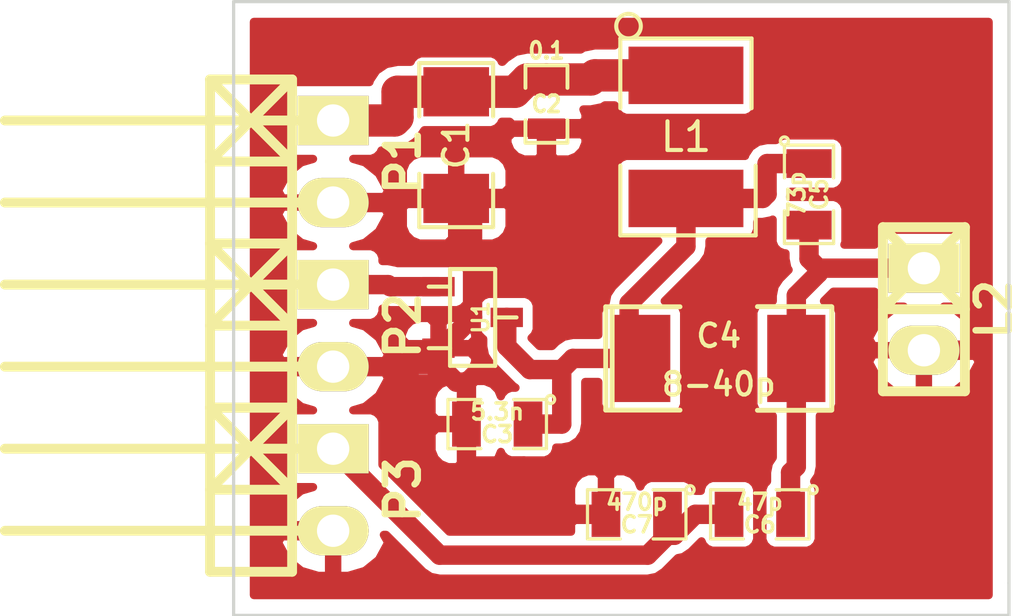
<source format=kicad_pcb>
(kicad_pcb (version 3) (host pcbnew "(2013-mar-13)-testing")

  (general
    (links 21)
    (no_connects 0)
    (area 121.513599 102.949999 154.7876 122.050001)
    (thickness 1.6)
    (drawings 5)
    (tracks 75)
    (zones 0)
    (modules 13)
    (nets 7)
  )

  (page A4)
  (layers
    (15 F.Cu signal)
    (0 B.Cu signal)
    (16 B.Adhes user)
    (17 F.Adhes user)
    (18 B.Paste user)
    (19 F.Paste user)
    (20 B.SilkS user)
    (21 F.SilkS user)
    (22 B.Mask user)
    (23 F.Mask user)
    (24 Dwgs.User user)
    (25 Cmts.User user)
    (26 Eco1.User user)
    (27 Eco2.User user)
    (28 Edge.Cuts user)
  )

  (setup
    (last_trace_width 0.6)
    (trace_clearance 0.254)
    (zone_clearance 0.3)
    (zone_45_only no)
    (trace_min 0.254)
    (segment_width 0.2)
    (edge_width 0.1)
    (via_size 0.889)
    (via_drill 0.635)
    (via_min_size 0.889)
    (via_min_drill 0.508)
    (uvia_size 0.508)
    (uvia_drill 0.127)
    (uvias_allowed no)
    (uvia_min_size 0.508)
    (uvia_min_drill 0.127)
    (pcb_text_width 0.3)
    (pcb_text_size 1.5 1.5)
    (mod_edge_width 0.15)
    (mod_text_size 1 1)
    (mod_text_width 0.15)
    (pad_size 1.524 2.19964)
    (pad_drill 1.00076)
    (pad_to_mask_clearance 0)
    (aux_axis_origin 0 0)
    (visible_elements FFFFF77F)
    (pcbplotparams
      (layerselection 268468224)
      (usegerberextensions true)
      (excludeedgelayer true)
      (linewidth 0.150000)
      (plotframeref false)
      (viasonmask false)
      (mode 1)
      (useauxorigin false)
      (hpglpennumber 1)
      (hpglpenspeed 20)
      (hpglpendiameter 15)
      (hpglpenoverlay 2)
      (psnegative false)
      (psa4output false)
      (plotreference true)
      (plotvalue true)
      (plotothertext true)
      (plotinvisibletext false)
      (padsonsilk false)
      (subtractmaskfromsilk false)
      (outputformat 1)
      (mirror false)
      (drillshape 0)
      (scaleselection 1)
      (outputdirectory PA_OUT2/))
  )

  (net 0 "")
  (net 1 /5V)
  (net 2 /RF_IN)
  (net 3 /RX)
  (net 4 GND)
  (net 5 N-000004)
  (net 6 N-000006)

  (net_class Default "This is the default net class."
    (clearance 0.254)
    (trace_width 0.6)
    (via_dia 0.889)
    (via_drill 0.635)
    (uvia_dia 0.508)
    (uvia_drill 0.127)
    (add_net "")
    (add_net /RF_IN)
    (add_net /RX)
    (add_net GND)
    (add_net N-000004)
    (add_net N-000006)
  )

  (net_class POWER ""
    (clearance 0.254)
    (trace_width 1)
    (via_dia 0.889)
    (via_drill 0.635)
    (uvia_dia 0.508)
    (uvia_drill 0.127)
    (add_net /5V)
  )

  (module pin_strip_2-90 (layer F.Cu) (tedit 4EF89145) (tstamp 52F23C4D)
    (at 132.08 107.95 270)
    (descr "Pin strip 2pin 90")
    (tags "CONN DEV")
    (path /52F2324A)
    (fp_text reference P1 (at 0 -2.159 270) (layer F.SilkS)
      (effects (font (size 1.016 1.016) (thickness 0.2032)))
    )
    (fp_text value CONN_2 (at 0.254 -3.556 270) (layer F.SilkS) hide
      (effects (font (size 1.016 0.889) (thickness 0.2032)))
    )
    (fp_line (start 0 3.81) (end -2.54 1.27) (layer F.SilkS) (width 0.3048))
    (fp_line (start 0 3.81) (end 0 1.27) (layer F.SilkS) (width 0.3048))
    (fp_line (start 0 1.27) (end -2.54 3.81) (layer F.SilkS) (width 0.3048))
    (fp_line (start -2.54 3.81) (end 2.54 3.81) (layer F.SilkS) (width 0.3048))
    (fp_line (start 2.54 3.81) (end 2.54 1.27) (layer F.SilkS) (width 0.3048))
    (fp_line (start 2.54 1.27) (end -2.54 1.27) (layer F.SilkS) (width 0.3048))
    (fp_line (start -1.27 0) (end -1.27 10.16) (layer F.SilkS) (width 0.3048))
    (fp_line (start 1.27 0) (end 1.27 10.16) (layer F.SilkS) (width 0.3048))
    (fp_line (start -2.54 3.81) (end -2.54 1.27) (layer F.SilkS) (width 0.3048))
    (pad 1 thru_hole rect (at -1.27 0 270) (size 1.524 2.19964) (drill 1.00076)
      (layers *.Cu *.Mask F.SilkS)
      (net 1 /5V)
    )
    (pad 2 thru_hole oval (at 1.27 0 270) (size 1.524 2.19964) (drill 1.00076)
      (layers *.Cu *.Mask F.SilkS)
      (net 4 GND)
    )
    (model walter/pin_strip/pin_strip_2-90.wrl
      (at (xyz 0 0 0))
      (scale (xyz 1 1 1))
      (rotate (xyz 0 0 0))
    )
  )

  (module pin_strip_2-90 (layer F.Cu) (tedit 4EF89145) (tstamp 52F23C5C)
    (at 132.08 113.03 270)
    (descr "Pin strip 2pin 90")
    (tags "CONN DEV")
    (path /52F2325C)
    (fp_text reference P2 (at 0 -2.159 270) (layer F.SilkS)
      (effects (font (size 1.016 1.016) (thickness 0.2032)))
    )
    (fp_text value CONN_2 (at 0.254 -3.556 270) (layer F.SilkS) hide
      (effects (font (size 1.016 0.889) (thickness 0.2032)))
    )
    (fp_line (start 0 3.81) (end -2.54 1.27) (layer F.SilkS) (width 0.3048))
    (fp_line (start 0 3.81) (end 0 1.27) (layer F.SilkS) (width 0.3048))
    (fp_line (start 0 1.27) (end -2.54 3.81) (layer F.SilkS) (width 0.3048))
    (fp_line (start -2.54 3.81) (end 2.54 3.81) (layer F.SilkS) (width 0.3048))
    (fp_line (start 2.54 3.81) (end 2.54 1.27) (layer F.SilkS) (width 0.3048))
    (fp_line (start 2.54 1.27) (end -2.54 1.27) (layer F.SilkS) (width 0.3048))
    (fp_line (start -1.27 0) (end -1.27 10.16) (layer F.SilkS) (width 0.3048))
    (fp_line (start 1.27 0) (end 1.27 10.16) (layer F.SilkS) (width 0.3048))
    (fp_line (start -2.54 3.81) (end -2.54 1.27) (layer F.SilkS) (width 0.3048))
    (pad 1 thru_hole rect (at -1.27 0 270) (size 1.524 2.19964) (drill 1.00076)
      (layers *.Cu *.Mask F.SilkS)
      (net 2 /RF_IN)
    )
    (pad 2 thru_hole oval (at 1.27 0 270) (size 1.524 2.19964) (drill 1.00076)
      (layers *.Cu *.Mask F.SilkS)
      (net 4 GND)
    )
    (model walter/pin_strip/pin_strip_2-90.wrl
      (at (xyz 0 0 0))
      (scale (xyz 1 1 1))
      (rotate (xyz 0 0 0))
    )
  )

  (module sot23 (layer F.Cu) (tedit 52FB926B) (tstamp 52F23C6A)
    (at 136.398 112.776 270)
    (descr SOT23)
    (path /52F231B4)
    (attr smd)
    (fp_text reference U1 (at 0 -0.254 270) (layer F.SilkS)
      (effects (font (size 0.50038 0.50038) (thickness 0.09906)))
    )
    (fp_text value 2N7002 (at 0 0.09906 270) (layer F.SilkS) hide
      (effects (font (size 0.50038 0.50038) (thickness 0.09906)))
    )
    (fp_line (start 0.9525 0.6985) (end 0.9525 1.3589) (layer F.SilkS) (width 0.127))
    (fp_line (start -0.9525 0.6985) (end -0.9525 1.3589) (layer F.SilkS) (width 0.127))
    (fp_line (start 0 -0.6985) (end 0 -1.3589) (layer F.SilkS) (width 0.127))
    (fp_line (start -1.4986 -0.6985) (end 1.4986 -0.6985) (layer F.SilkS) (width 0.127))
    (fp_line (start 1.4986 -0.6985) (end 1.4986 0.6985) (layer F.SilkS) (width 0.127))
    (fp_line (start 1.4986 0.6985) (end -1.4986 0.6985) (layer F.SilkS) (width 0.127))
    (fp_line (start -1.4986 0.6985) (end -1.4986 -0.6985) (layer F.SilkS) (width 0.127))
    (pad 1 smd rect (at -0.9525 1.05664 270) (size 0.59944 1.00076)
      (layers F.Cu F.Paste F.Mask)
      (net 2 /RF_IN)
    )
    (pad 2 smd rect (at 0 -1.05664 270) (size 0.59944 1.00076)
      (layers F.Cu F.Paste F.Mask)
      (net 5 N-000004)
    )
    (pad 3 smd rect (at 0.9525 1.05664 270) (size 0.59944 1.00076)
      (layers F.Cu F.Paste F.Mask)
      (net 4 GND)
    )
    (model smd/smd_transistors/sot23.wrl
      (at (xyz 0 0 0))
      (scale (xyz 1 1 1))
      (rotate (xyz 0 0 0))
    )
  )

  (module pin_strip_2-90 (layer F.Cu) (tedit 52FB9387) (tstamp 52FB9063)
    (at 132.08 118.11 270)
    (descr "Pin strip 2pin 90")
    (tags "CONN DEV")
    (path /52FB8A28)
    (fp_text reference P3 (at 0 -2.159 270) (layer F.SilkS)
      (effects (font (size 1.016 1.016) (thickness 0.2032)))
    )
    (fp_text value CONN_2 (at 0.254 -3.556 270) (layer F.SilkS) hide
      (effects (font (size 1.016 0.889) (thickness 0.2032)))
    )
    (fp_line (start 0 3.81) (end -2.54 1.27) (layer F.SilkS) (width 0.3048))
    (fp_line (start 0 3.81) (end 0 1.27) (layer F.SilkS) (width 0.3048))
    (fp_line (start 0 1.27) (end -2.54 3.81) (layer F.SilkS) (width 0.3048))
    (fp_line (start -2.54 3.81) (end 2.54 3.81) (layer F.SilkS) (width 0.3048))
    (fp_line (start 2.54 3.81) (end 2.54 1.27) (layer F.SilkS) (width 0.3048))
    (fp_line (start 2.54 1.27) (end -2.54 1.27) (layer F.SilkS) (width 0.3048))
    (fp_line (start -1.27 0) (end -1.27 10.16) (layer F.SilkS) (width 0.3048))
    (fp_line (start 1.27 0) (end 1.27 10.16) (layer F.SilkS) (width 0.3048))
    (fp_line (start -2.54 3.81) (end -2.54 1.27) (layer F.SilkS) (width 0.3048))
    (pad 1 thru_hole rect (at -1.27 0 270) (size 1.524 2.19964) (drill 1.00076)
      (layers *.Cu *.Mask F.SilkS)
      (net 3 /RX)
    )
    (pad 2 thru_hole oval (at 1.27 0 270) (size 1.524 2.19964) (drill 1.00076)
      (layers *.Cu *.Mask F.SilkS)
      (net 4 GND)
    )
    (model walter/pin_strip/pin_strip_2-90.wrl
      (at (xyz 0 0 0))
      (scale (xyz 1 1 1))
      (rotate (xyz 0 0 0))
    )
  )

  (module SM1206 (layer F.Cu) (tedit 42806E24) (tstamp 52FB9280)
    (at 135.89 107.442 270)
    (path /52F21852)
    (attr smd)
    (fp_text reference C1 (at 0 0 270) (layer F.SilkS)
      (effects (font (size 0.762 0.762) (thickness 0.127)))
    )
    (fp_text value 10u (at 0 0 270) (layer F.SilkS) hide
      (effects (font (size 0.762 0.762) (thickness 0.127)))
    )
    (fp_line (start -2.54 -1.143) (end -2.54 1.143) (layer F.SilkS) (width 0.127))
    (fp_line (start -2.54 1.143) (end -0.889 1.143) (layer F.SilkS) (width 0.127))
    (fp_line (start 0.889 -1.143) (end 2.54 -1.143) (layer F.SilkS) (width 0.127))
    (fp_line (start 2.54 -1.143) (end 2.54 1.143) (layer F.SilkS) (width 0.127))
    (fp_line (start 2.54 1.143) (end 0.889 1.143) (layer F.SilkS) (width 0.127))
    (fp_line (start -0.889 -1.143) (end -2.54 -1.143) (layer F.SilkS) (width 0.127))
    (pad 1 smd rect (at -1.651 0 270) (size 1.524 2.032)
      (layers F.Cu F.Paste F.Mask)
      (net 1 /5V)
    )
    (pad 2 smd rect (at 1.651 0 270) (size 1.524 2.032)
      (layers F.Cu F.Paste F.Mask)
      (net 4 GND)
    )
    (model smd/chip_cms.wrl
      (at (xyz 0 0 0))
      (scale (xyz 0.17 0.16 0.16))
      (rotate (xyz 0 0 0))
    )
  )

  (module SM0603_Capa (layer F.Cu) (tedit 5051B1EC) (tstamp 52FB928C)
    (at 138.684 106.172 270)
    (path /52F2184C)
    (attr smd)
    (fp_text reference C2 (at 0 0 360) (layer F.SilkS)
      (effects (font (size 0.508 0.4572) (thickness 0.1143)))
    )
    (fp_text value 0.1 (at -1.651 0 360) (layer F.SilkS)
      (effects (font (size 0.508 0.4572) (thickness 0.1143)))
    )
    (fp_line (start 0.50038 0.65024) (end 1.19888 0.65024) (layer F.SilkS) (width 0.11938))
    (fp_line (start -0.50038 0.65024) (end -1.19888 0.65024) (layer F.SilkS) (width 0.11938))
    (fp_line (start 0.50038 -0.65024) (end 1.19888 -0.65024) (layer F.SilkS) (width 0.11938))
    (fp_line (start -1.19888 -0.65024) (end -0.50038 -0.65024) (layer F.SilkS) (width 0.11938))
    (fp_line (start 1.19888 -0.635) (end 1.19888 0.635) (layer F.SilkS) (width 0.11938))
    (fp_line (start -1.19888 0.635) (end -1.19888 -0.635) (layer F.SilkS) (width 0.11938))
    (pad 1 smd rect (at -0.762 0 270) (size 0.635 1.143)
      (layers F.Cu F.Paste F.Mask)
      (net 1 /5V)
    )
    (pad 2 smd rect (at 0.762 0 270) (size 0.635 1.143)
      (layers F.Cu F.Paste F.Mask)
      (net 4 GND)
    )
    (model smd\capacitors\C0603.wrl
      (at (xyz 0 0 0.001))
      (scale (xyz 0.5 0.5 0.5))
      (rotate (xyz 0 0 0))
    )
  )

  (module SM0805 (layer F.Cu) (tedit 5091495C) (tstamp 52FB9299)
    (at 137.16 116.078 180)
    (path /52F217D9)
    (attr smd)
    (fp_text reference C3 (at 0 -0.3175 180) (layer F.SilkS)
      (effects (font (size 0.50038 0.50038) (thickness 0.10922)))
    )
    (fp_text value 5.3n (at 0 0.381 180) (layer F.SilkS)
      (effects (font (size 0.50038 0.50038) (thickness 0.10922)))
    )
    (fp_circle (center -1.651 0.762) (end -1.651 0.635) (layer F.SilkS) (width 0.09906))
    (fp_line (start -0.508 0.762) (end -1.524 0.762) (layer F.SilkS) (width 0.09906))
    (fp_line (start -1.524 0.762) (end -1.524 -0.762) (layer F.SilkS) (width 0.09906))
    (fp_line (start -1.524 -0.762) (end -0.508 -0.762) (layer F.SilkS) (width 0.09906))
    (fp_line (start 0.508 -0.762) (end 1.524 -0.762) (layer F.SilkS) (width 0.09906))
    (fp_line (start 1.524 -0.762) (end 1.524 0.762) (layer F.SilkS) (width 0.09906))
    (fp_line (start 1.524 0.762) (end 0.508 0.762) (layer F.SilkS) (width 0.09906))
    (pad 1 smd rect (at -0.9525 0 180) (size 0.889 1.397)
      (layers F.Cu F.Paste F.Mask)
      (net 5 N-000004)
    )
    (pad 2 smd rect (at 0.9525 0 180) (size 0.889 1.397)
      (layers F.Cu F.Paste F.Mask)
      (net 4 GND)
    )
    (model smd/chip_cms.wrl
      (at (xyz 0 0 0))
      (scale (xyz 0.1 0.1 0.1))
      (rotate (xyz 0 0 0))
    )
  )

  (module SM2010 (layer F.Cu) (tedit 510157F5) (tstamp 52FB92A6)
    (at 144.018 114.046)
    (tags "CMS SM")
    (path /52F21CED)
    (attr smd)
    (fp_text reference C4 (at 0 -0.7) (layer F.SilkS)
      (effects (font (size 0.70104 0.70104) (thickness 0.127)))
    )
    (fp_text value 8-40p (at 0 0.8) (layer F.SilkS)
      (effects (font (size 0.70104 0.70104) (thickness 0.127)))
    )
    (fp_line (start -3.3 -1.6) (end -3.3 1.6) (layer F.SilkS) (width 0.15))
    (fp_line (start 3.50012 -1.6002) (end 3.50012 1.6002) (layer F.SilkS) (width 0.15))
    (fp_line (start -3.5 -1.6) (end -3.5 1.6) (layer F.SilkS) (width 0.15))
    (fp_line (start 1.19634 1.60528) (end 3.48234 1.60528) (layer F.SilkS) (width 0.15))
    (fp_line (start 3.48234 -1.60528) (end 1.19634 -1.60528) (layer F.SilkS) (width 0.15))
    (fp_line (start -1.2 -1.6) (end -3.5 -1.6) (layer F.SilkS) (width 0.15))
    (fp_line (start -3.5 1.6) (end -1.2 1.6) (layer F.SilkS) (width 0.15))
    (pad 1 smd rect (at -2.4003 0) (size 1.80086 2.70002)
      (layers F.Cu F.Paste F.Mask)
      (net 5 N-000004)
    )
    (pad 2 smd rect (at 2.4003 0) (size 1.80086 2.70002)
      (layers F.Cu F.Paste F.Mask)
      (net 6 N-000006)
    )
    (model smd\chip_smd_pol_wide.wrl
      (at (xyz 0 0 0))
      (scale (xyz 0.35 0.35 0.35))
      (rotate (xyz 0 0 0))
    )
  )

  (module SM0805 (layer F.Cu) (tedit 5091495C) (tstamp 52FB92B3)
    (at 146.812 108.966 270)
    (path /52F217CA)
    (attr smd)
    (fp_text reference C5 (at 0 -0.3175 270) (layer F.SilkS)
      (effects (font (size 0.50038 0.50038) (thickness 0.10922)))
    )
    (fp_text value 73p (at 0 0.381 270) (layer F.SilkS)
      (effects (font (size 0.50038 0.50038) (thickness 0.10922)))
    )
    (fp_circle (center -1.651 0.762) (end -1.651 0.635) (layer F.SilkS) (width 0.09906))
    (fp_line (start -0.508 0.762) (end -1.524 0.762) (layer F.SilkS) (width 0.09906))
    (fp_line (start -1.524 0.762) (end -1.524 -0.762) (layer F.SilkS) (width 0.09906))
    (fp_line (start -1.524 -0.762) (end -0.508 -0.762) (layer F.SilkS) (width 0.09906))
    (fp_line (start 0.508 -0.762) (end 1.524 -0.762) (layer F.SilkS) (width 0.09906))
    (fp_line (start 1.524 -0.762) (end 1.524 0.762) (layer F.SilkS) (width 0.09906))
    (fp_line (start 1.524 0.762) (end 0.508 0.762) (layer F.SilkS) (width 0.09906))
    (pad 1 smd rect (at -0.9525 0 270) (size 0.889 1.397)
      (layers F.Cu F.Paste F.Mask)
      (net 5 N-000004)
    )
    (pad 2 smd rect (at 0.9525 0 270) (size 0.889 1.397)
      (layers F.Cu F.Paste F.Mask)
      (net 6 N-000006)
    )
    (model smd/chip_cms.wrl
      (at (xyz 0 0 0))
      (scale (xyz 0.1 0.1 0.1))
      (rotate (xyz 0 0 0))
    )
  )

  (module SM0805 (layer F.Cu) (tedit 5091495C) (tstamp 52FB92C0)
    (at 145.288 118.872 180)
    (path /52FB8138)
    (attr smd)
    (fp_text reference C6 (at 0 -0.3175 180) (layer F.SilkS)
      (effects (font (size 0.50038 0.50038) (thickness 0.10922)))
    )
    (fp_text value 47p (at 0 0.381 180) (layer F.SilkS)
      (effects (font (size 0.50038 0.50038) (thickness 0.10922)))
    )
    (fp_circle (center -1.651 0.762) (end -1.651 0.635) (layer F.SilkS) (width 0.09906))
    (fp_line (start -0.508 0.762) (end -1.524 0.762) (layer F.SilkS) (width 0.09906))
    (fp_line (start -1.524 0.762) (end -1.524 -0.762) (layer F.SilkS) (width 0.09906))
    (fp_line (start -1.524 -0.762) (end -0.508 -0.762) (layer F.SilkS) (width 0.09906))
    (fp_line (start 0.508 -0.762) (end 1.524 -0.762) (layer F.SilkS) (width 0.09906))
    (fp_line (start 1.524 -0.762) (end 1.524 0.762) (layer F.SilkS) (width 0.09906))
    (fp_line (start 1.524 0.762) (end 0.508 0.762) (layer F.SilkS) (width 0.09906))
    (pad 1 smd rect (at -0.9525 0 180) (size 0.889 1.397)
      (layers F.Cu F.Paste F.Mask)
      (net 6 N-000006)
    )
    (pad 2 smd rect (at 0.9525 0 180) (size 0.889 1.397)
      (layers F.Cu F.Paste F.Mask)
      (net 3 /RX)
    )
    (model smd/chip_cms.wrl
      (at (xyz 0 0 0))
      (scale (xyz 0.1 0.1 0.1))
      (rotate (xyz 0 0 0))
    )
  )

  (module SM0805 (layer F.Cu) (tedit 5091495C) (tstamp 52FB92CD)
    (at 141.478 118.872 180)
    (path /52FB8132)
    (attr smd)
    (fp_text reference C7 (at 0 -0.3175 180) (layer F.SilkS)
      (effects (font (size 0.50038 0.50038) (thickness 0.10922)))
    )
    (fp_text value 470p (at 0 0.381 180) (layer F.SilkS)
      (effects (font (size 0.50038 0.50038) (thickness 0.10922)))
    )
    (fp_circle (center -1.651 0.762) (end -1.651 0.635) (layer F.SilkS) (width 0.09906))
    (fp_line (start -0.508 0.762) (end -1.524 0.762) (layer F.SilkS) (width 0.09906))
    (fp_line (start -1.524 0.762) (end -1.524 -0.762) (layer F.SilkS) (width 0.09906))
    (fp_line (start -1.524 -0.762) (end -0.508 -0.762) (layer F.SilkS) (width 0.09906))
    (fp_line (start 0.508 -0.762) (end 1.524 -0.762) (layer F.SilkS) (width 0.09906))
    (fp_line (start 1.524 -0.762) (end 1.524 0.762) (layer F.SilkS) (width 0.09906))
    (fp_line (start 1.524 0.762) (end 0.508 0.762) (layer F.SilkS) (width 0.09906))
    (pad 1 smd rect (at -0.9525 0 180) (size 0.889 1.397)
      (layers F.Cu F.Paste F.Mask)
      (net 3 /RX)
    )
    (pad 2 smd rect (at 0.9525 0 180) (size 0.889 1.397)
      (layers F.Cu F.Paste F.Mask)
      (net 4 GND)
    )
    (model smd/chip_cms.wrl
      (at (xyz 0 0 0))
      (scale (xyz 0.1 0.1 0.1))
      (rotate (xyz 0 0 0))
    )
  )

  (module SM1812E (layer F.Cu) (tedit 4171109D) (tstamp 52FB92DA)
    (at 143.002 107.188 270)
    (path /52F21846)
    (attr smd)
    (fp_text reference L1 (at 0 0 360) (layer F.SilkS)
      (effects (font (size 0.889 0.889) (thickness 0.127)))
    )
    (fp_text value 47u (at 0 0 360) (layer F.SilkS) hide
      (effects (font (size 0.889 0.889) (thickness 0.127)))
    )
    (fp_circle (center -3.429 1.778) (end -3.048 1.778) (layer F.SilkS) (width 0.127))
    (fp_line (start -0.889 -2.032) (end -3.048 -2.032) (layer F.SilkS) (width 0.127))
    (fp_line (start -3.048 -2.032) (end -3.048 2.032) (layer F.SilkS) (width 0.127))
    (fp_line (start -3.048 2.032) (end -0.889 2.032) (layer F.SilkS) (width 0.127))
    (fp_line (start 0.889 -2.159) (end 3.048 -2.159) (layer F.SilkS) (width 0.127))
    (fp_line (start 3.048 -2.159) (end 3.048 2.032) (layer F.SilkS) (width 0.127))
    (fp_line (start 3.048 2.032) (end 0.889 2.032) (layer F.SilkS) (width 0.127))
    (pad 1 smd rect (at -1.905 0 270) (size 1.778 3.556)
      (layers F.Cu F.Paste F.Mask)
      (net 1 /5V)
    )
    (pad 2 smd rect (at 1.905 0 270) (size 1.778 3.556)
      (layers F.Cu F.Paste F.Mask)
      (net 5 N-000004)
    )
    (model smd/chip_cms.wrl
      (at (xyz 0 0 0))
      (scale (xyz 0.2 0.25 0.25))
      (rotate (xyz 0 0 0))
    )
  )

  (module pin_strip_2 (layer F.Cu) (tedit 4F0999B2) (tstamp 52FB92E7)
    (at 150.368 112.522 270)
    (descr "Pin strip 2pin")
    (tags "CONN DEV")
    (path /52F21831)
    (fp_text reference L2 (at 0 -2.159 270) (layer F.SilkS)
      (effects (font (size 1.016 1.016) (thickness 0.2032)))
    )
    (fp_text value 1.8u (at 0.254 -3.556 270) (layer F.SilkS) hide
      (effects (font (size 1.016 0.889) (thickness 0.2032)))
    )
    (fp_line (start 0 -1.27) (end 0 1.27) (layer F.SilkS) (width 0.3048))
    (fp_line (start 0 1.27) (end -2.54 -1.27) (layer F.SilkS) (width 0.3048))
    (fp_line (start -2.54 1.27) (end 0 -1.27) (layer F.SilkS) (width 0.3048))
    (fp_line (start 2.54 1.27) (end -2.54 1.27) (layer F.SilkS) (width 0.3048))
    (fp_line (start -2.54 -1.27) (end 2.54 -1.27) (layer F.SilkS) (width 0.3048))
    (fp_line (start -2.54 1.27) (end -2.54 -1.27) (layer F.SilkS) (width 0.3048))
    (fp_line (start 2.54 -1.27) (end 2.54 1.27) (layer F.SilkS) (width 0.3048))
    (pad 1 thru_hole rect (at -1.27 0 270) (size 1.524 2.19964) (drill 1.00076)
      (layers *.Cu *.Mask F.SilkS)
      (net 6 N-000006)
    )
    (pad 2 thru_hole oval (at 1.27 0 270) (size 1.524 2.19964) (drill 1.00076)
      (layers *.Cu *.Mask F.SilkS)
      (net 4 GND)
    )
    (model walter/pin_strip/pin_strip_2.wrl
      (at (xyz 0 0 0))
      (scale (xyz 1 1 1))
      (rotate (xyz 0 0 0))
    )
  )

  (gr_line (start 129 122) (end 129 103) (angle 90) (layer Edge.Cuts) (width 0.1))
  (gr_line (start 153 122) (end 129 122) (angle 90) (layer Edge.Cuts) (width 0.1))
  (gr_line (start 153 121) (end 153 122) (angle 90) (layer Edge.Cuts) (width 0.1))
  (gr_line (start 153 103) (end 153 121) (angle 90) (layer Edge.Cuts) (width 0.1))
  (gr_line (start 129 103) (end 153 103) (angle 90) (layer Edge.Cuts) (width 0.1))

  (segment (start 134.074 106.5858) (end 133.9798 106.68) (width 1) (layer F.Cu) (net 1))
  (segment (start 134.074 105.791) (end 134.074 106.5858) (width 1) (layer F.Cu) (net 1))
  (segment (start 132.08 106.68) (end 133.9798 106.68) (width 1) (layer F.Cu) (net 1))
  (segment (start 135.89 105.791) (end 134.074 105.791) (width 1) (layer F.Cu) (net 1))
  (segment (start 138.087 105.41) (end 137.706 105.791) (width 1) (layer F.Cu) (net 1))
  (segment (start 138.684 105.41) (end 138.087 105.41) (width 1) (layer F.Cu) (net 1))
  (segment (start 135.89 105.791) (end 137.706 105.791) (width 1) (layer F.Cu) (net 1))
  (segment (start 140.1825 105.283) (end 140.0555 105.41) (width 1) (layer F.Cu) (net 1))
  (segment (start 143.002 105.283) (end 140.1825 105.283) (width 1) (layer F.Cu) (net 1))
  (segment (start 138.684 105.41) (end 140.0555 105.41) (width 1) (layer F.Cu) (net 1))
  (segment (start 133.8433 111.8235) (end 133.7798 111.76) (width 0.6) (layer F.Cu) (net 2))
  (segment (start 135.3414 111.8235) (end 133.8433 111.8235) (width 0.6) (layer F.Cu) (net 2))
  (segment (start 132.08 111.76) (end 133.7798 111.76) (width 0.6) (layer F.Cu) (net 2))
  (segment (start 142.4305 118.872) (end 142.4305 119.5212) (width 0.6) (layer F.Cu) (net 3))
  (segment (start 144.3355 118.872) (end 143.291 118.872) (width 0.6) (layer F.Cu) (net 3))
  (segment (start 142.6418 119.5212) (end 143.291 118.872) (width 0.6) (layer F.Cu) (net 3))
  (segment (start 142.4305 119.5212) (end 142.6418 119.5212) (width 0.6) (layer F.Cu) (net 3))
  (segment (start 135.3754 120.1354) (end 132.08 116.84) (width 0.6) (layer F.Cu) (net 3))
  (segment (start 141.8163 120.1354) (end 135.3754 120.1354) (width 0.6) (layer F.Cu) (net 3))
  (segment (start 142.4305 119.5212) (end 141.8163 120.1354) (width 0.6) (layer F.Cu) (net 3))
  (segment (start 132.08 109.22) (end 133.7799 109.22) (width 0.6) (layer F.Cu) (net 4))
  (segment (start 148.7558 106.934) (end 138.684 106.934) (width 0.6) (layer F.Cu) (net 4))
  (segment (start 152.0679 110.2461) (end 148.7558 106.934) (width 0.6) (layer F.Cu) (net 4))
  (segment (start 152.0679 113.792) (end 152.0679 110.2461) (width 0.6) (layer F.Cu) (net 4))
  (segment (start 150.368 113.792) (end 152.0679 113.792) (width 0.6) (layer F.Cu) (net 4))
  (segment (start 133.9069 109.093) (end 135.89 109.093) (width 0.6) (layer F.Cu) (net 4))
  (segment (start 133.7799 109.22) (end 133.9069 109.093) (width 0.6) (layer F.Cu) (net 4))
  (segment (start 137.506 109.0295) (end 138.684 107.8515) (width 0.6) (layer F.Cu) (net 4))
  (segment (start 137.506 109.093) (end 137.506 109.0295) (width 0.6) (layer F.Cu) (net 4))
  (segment (start 138.684 106.934) (end 138.684 107.8515) (width 0.6) (layer F.Cu) (net 4))
  (segment (start 137.9855 117.3765) (end 139.481 118.872) (width 0.6) (layer F.Cu) (net 4))
  (segment (start 136.2075 117.3765) (end 137.9855 117.3765) (width 0.6) (layer F.Cu) (net 4))
  (segment (start 136.2075 116.078) (end 136.2075 117.3765) (width 0.6) (layer F.Cu) (net 4))
  (segment (start 140.5255 118.872) (end 139.481 118.872) (width 0.6) (layer F.Cu) (net 4))
  (segment (start 135.89 109.093) (end 136.7375 109.093) (width 0.6) (layer F.Cu) (net 4))
  (segment (start 136.7375 109.093) (end 137.506 109.093) (width 0.6) (layer F.Cu) (net 4))
  (segment (start 135.3414 113.7285) (end 135.3414 113.827) (width 0.6) (layer F.Cu) (net 4))
  (segment (start 136.3962 109.4343) (end 136.7375 109.093) (width 0.6) (layer F.Cu) (net 4))
  (segment (start 136.3962 112.7722) (end 136.3962 109.4343) (width 0.6) (layer F.Cu) (net 4))
  (segment (start 135.3414 113.827) (end 136.3962 112.7722) (width 0.6) (layer F.Cu) (net 4))
  (segment (start 130.3801 114.3) (end 130.3801 119.38) (width 0.6) (layer F.Cu) (net 4))
  (segment (start 132.08 114.3) (end 130.3801 114.3) (width 0.6) (layer F.Cu) (net 4))
  (segment (start 132.08 119.38) (end 130.3801 119.38) (width 0.6) (layer F.Cu) (net 4))
  (segment (start 135.3414 113.827) (end 135.3414 114.2276) (width 0.6) (layer F.Cu) (net 4))
  (segment (start 132.08 114.3) (end 133.7799 114.3) (width 0.6) (layer F.Cu) (net 4))
  (segment (start 136.2075 116.078) (end 136.2075 114.7795) (width 0.6) (layer F.Cu) (net 4))
  (segment (start 133.8523 114.2276) (end 133.7799 114.3) (width 0.6) (layer F.Cu) (net 4))
  (segment (start 135.3414 114.2276) (end 133.8523 114.2276) (width 0.6) (layer F.Cu) (net 4))
  (segment (start 135.8933 114.7795) (end 136.2075 114.7795) (width 0.6) (layer F.Cu) (net 4))
  (segment (start 135.3414 114.2276) (end 135.8933 114.7795) (width 0.6) (layer F.Cu) (net 4))
  (segment (start 138.1125 116.078) (end 139.157 116.078) (width 0.6) (layer F.Cu) (net 5))
  (segment (start 137.4546 112.776) (end 137.4546 113.6757) (width 0.6) (layer F.Cu) (net 5))
  (segment (start 145.5135 108.9595) (end 145.5135 108.0135) (width 0.6) (layer F.Cu) (net 5))
  (segment (start 145.38 109.093) (end 145.5135 108.9595) (width 0.6) (layer F.Cu) (net 5))
  (segment (start 143.002 109.093) (end 145.38 109.093) (width 0.6) (layer F.Cu) (net 5))
  (segment (start 146.812 108.0135) (end 145.5135 108.0135) (width 0.6) (layer F.Cu) (net 5))
  (segment (start 141.6177 114.046) (end 141.2426 114.046) (width 0.6) (layer F.Cu) (net 5))
  (segment (start 141.2426 114.046) (end 140.8675 114.046) (width 0.6) (layer F.Cu) (net 5))
  (segment (start 141.2426 112.3414) (end 143.002 110.582) (width 0.6) (layer F.Cu) (net 5))
  (segment (start 141.2426 114.046) (end 141.2426 112.3414) (width 0.6) (layer F.Cu) (net 5))
  (segment (start 143.002 109.093) (end 143.002 110.582) (width 0.6) (layer F.Cu) (net 5))
  (segment (start 139.157 114.3897) (end 139.157 116.078) (width 0.6) (layer F.Cu) (net 5))
  (segment (start 138.1686 114.3897) (end 139.157 114.3897) (width 0.6) (layer F.Cu) (net 5))
  (segment (start 137.4546 113.6757) (end 138.1686 114.3897) (width 0.6) (layer F.Cu) (net 5))
  (segment (start 139.5007 114.046) (end 140.8675 114.046) (width 0.6) (layer F.Cu) (net 5))
  (segment (start 139.157 114.3897) (end 139.5007 114.046) (width 0.6) (layer F.Cu) (net 5))
  (segment (start 146.812 109.9185) (end 146.812 110.963) (width 0.6) (layer F.Cu) (net 6))
  (segment (start 147.101 111.4133) (end 147.101 111.252) (width 0.6) (layer F.Cu) (net 6))
  (segment (start 146.4183 112.096) (end 147.101 111.4133) (width 0.6) (layer F.Cu) (net 6))
  (segment (start 150.368 111.252) (end 147.101 111.252) (width 0.6) (layer F.Cu) (net 6))
  (segment (start 147.101 111.252) (end 146.812 110.963) (width 0.6) (layer F.Cu) (net 6))
  (segment (start 146.4183 114.046) (end 146.4183 112.096) (width 0.6) (layer F.Cu) (net 6))
  (segment (start 146.4183 117.3957) (end 146.4183 114.046) (width 0.6) (layer F.Cu) (net 6))
  (segment (start 146.2405 117.5735) (end 146.4183 117.3957) (width 0.6) (layer F.Cu) (net 6))
  (segment (start 146.2405 118.872) (end 146.2405 117.5735) (width 0.6) (layer F.Cu) (net 6))

  (zone (net 4) (net_name GND) (layer F.Cu) (tstamp 52FB962F) (hatch edge 0.508)
    (connect_pads (clearance 0.3))
    (min_thickness 0.254)
    (fill (arc_segments 16) (thermal_gap 0.508) (thermal_bridge_width 0.508))
    (polygon
      (pts
        (xy 152.5 121.5) (xy 129.5 121.5) (xy 129.5 103.5) (xy 152.5 103.5)
      )
    )
    (filled_polygon
      (pts
        (xy 152.373 121.373) (xy 152.06004 121.373) (xy 152.06004 114.13507) (xy 152.06004 113.44893) (xy 152.04508 113.374723)
        (xy 151.78345 112.893974) (xy 151.357761 112.549941) (xy 150.988668 112.441) (xy 151.552755 112.441) (xy 151.709696 112.375993)
        (xy 151.829813 112.255876) (xy 151.89482 112.098936) (xy 151.89482 111.929065) (xy 151.89482 110.405065) (xy 151.829813 110.248124)
        (xy 151.709696 110.128007) (xy 151.552756 110.063) (xy 151.382885 110.063) (xy 149.183245 110.063) (xy 149.026304 110.128007)
        (xy 148.906187 110.248124) (xy 148.84118 110.405064) (xy 148.84118 110.525) (xy 147.905578 110.525) (xy 147.9375 110.447936)
        (xy 147.9375 110.278065) (xy 147.9375 109.389065) (xy 147.872493 109.232124) (xy 147.752376 109.112007) (xy 147.595436 109.047)
        (xy 147.425565 109.047) (xy 146.223095 109.047) (xy 146.2405 108.9595) (xy 146.240501 108.9595) (xy 146.2405 108.959494)
        (xy 146.2405 108.885) (xy 147.595435 108.885) (xy 147.752376 108.819993) (xy 147.872493 108.699876) (xy 147.9375 108.542936)
        (xy 147.9375 108.373065) (xy 147.9375 107.484065) (xy 147.872493 107.327124) (xy 147.752376 107.207007) (xy 147.595436 107.142)
        (xy 147.425565 107.142) (xy 146.028565 107.142) (xy 145.871624 107.207007) (xy 145.792131 107.2865) (xy 145.5135 107.2865)
        (xy 145.235289 107.34184) (xy 145.207 107.360741) (xy 145.207 106.256936) (xy 145.207 106.087065) (xy 145.207 104.309065)
        (xy 145.141993 104.152124) (xy 145.021876 104.032007) (xy 144.864936 103.967) (xy 144.695065 103.967) (xy 141.139065 103.967)
        (xy 140.982124 104.032007) (xy 140.862007 104.152124) (xy 140.797 104.309064) (xy 140.797 104.356) (xy 140.1825 104.356)
        (xy 139.827752 104.426564) (xy 139.743289 104.483) (xy 138.684 104.483) (xy 138.087 104.483) (xy 137.732252 104.553564)
        (xy 137.431512 104.754512) (xy 137.322024 104.864) (xy 137.299836 104.864) (xy 137.267993 104.787124) (xy 137.147876 104.667007)
        (xy 136.990936 104.602) (xy 136.821065 104.602) (xy 134.789065 104.602) (xy 134.632124 104.667007) (xy 134.512007 104.787124)
        (xy 134.480163 104.864) (xy 134.074 104.864) (xy 133.719252 104.934564) (xy 133.418512 105.135512) (xy 133.217564 105.436252)
        (xy 133.206673 105.491) (xy 133.094885 105.491) (xy 130.895245 105.491) (xy 130.738304 105.556007) (xy 130.618187 105.676124)
        (xy 130.55318 105.833064) (xy 130.55318 106.002935) (xy 130.55318 107.526935) (xy 130.618187 107.683876) (xy 130.738304 107.803993)
        (xy 130.895244 107.869) (xy 131.065115 107.869) (xy 131.459331 107.869) (xy 131.090239 107.977941) (xy 130.66455 108.321974)
        (xy 130.40292 108.802723) (xy 130.38796 108.87693) (xy 130.51046 109.093) (xy 131.953 109.093) (xy 131.953 109.073)
        (xy 132.207 109.073) (xy 132.207 109.093) (xy 133.64954 109.093) (xy 133.77204 108.87693) (xy 133.75708 108.802723)
        (xy 133.49545 108.321974) (xy 133.069761 107.977941) (xy 132.700668 107.869) (xy 133.264755 107.869) (xy 133.421696 107.803993)
        (xy 133.541813 107.683876) (xy 133.573656 107.607) (xy 133.9798 107.607) (xy 134.334547 107.536436) (xy 134.334548 107.536436)
        (xy 134.635288 107.335488) (xy 134.729488 107.241288) (xy 134.904074 106.98) (xy 134.904075 106.98) (xy 134.958935 106.98)
        (xy 136.990935 106.98) (xy 137.147876 106.914993) (xy 137.267993 106.794876) (xy 137.299836 106.718) (xy 137.54725 106.718)
        (xy 137.63625 106.807) (xy 138.557 106.807) (xy 138.557 106.787) (xy 138.811 106.787) (xy 138.811 106.807)
        (xy 139.73175 106.807) (xy 139.8905 106.64825) (xy 139.8905 106.490191) (xy 139.827046 106.337) (xy 140.0555 106.337)
        (xy 140.410247 106.266436) (xy 140.410248 106.266436) (xy 140.494709 106.21) (xy 140.49471 106.21) (xy 140.797 106.21)
        (xy 140.797 106.256935) (xy 140.862007 106.413876) (xy 140.982124 106.533993) (xy 141.139064 106.599) (xy 141.308935 106.599)
        (xy 144.864935 106.599) (xy 145.021876 106.533993) (xy 145.141993 106.413876) (xy 145.207 106.256936) (xy 145.207 107.360741)
        (xy 144.999433 107.499433) (xy 144.84184 107.735289) (xy 144.833543 107.777) (xy 144.695065 107.777) (xy 141.139065 107.777)
        (xy 140.982124 107.842007) (xy 140.862007 107.962124) (xy 140.797 108.119064) (xy 140.797 108.288935) (xy 140.797 110.066935)
        (xy 140.862007 110.223876) (xy 140.982124 110.343993) (xy 141.139064 110.409) (xy 141.308935 110.409) (xy 142.146866 110.409)
        (xy 140.728533 111.827333) (xy 140.57094 112.063189) (xy 140.561758 112.109348) (xy 140.520814 112.315183) (xy 140.520813 112.315183)
        (xy 140.475394 112.333997) (xy 140.355277 112.454114) (xy 140.29027 112.611054) (xy 140.29027 112.780925) (xy 140.29027 113.319)
        (xy 139.8905 113.319) (xy 139.8905 107.377809) (xy 139.8905 107.21975) (xy 139.73175 107.061) (xy 138.811 107.061)
        (xy 138.811 107.72775) (xy 138.96975 107.8865) (xy 139.129191 107.8865) (xy 139.38181 107.8865) (xy 139.615199 107.789827)
        (xy 139.793827 107.611198) (xy 139.8905 107.377809) (xy 139.8905 113.319) (xy 139.5007 113.319) (xy 139.222489 113.37434)
        (xy 138.986633 113.531933) (xy 138.98663 113.531936) (xy 138.855866 113.6627) (xy 138.557 113.6627) (xy 138.557 107.72775)
        (xy 138.557 107.061) (xy 137.63625 107.061) (xy 137.4775 107.21975) (xy 137.4775 107.377809) (xy 137.574173 107.611198)
        (xy 137.752801 107.789827) (xy 137.98619 107.8865) (xy 138.238809 107.8865) (xy 138.39825 107.8865) (xy 138.557 107.72775)
        (xy 138.557 113.6627) (xy 138.469733 113.6627) (xy 138.220821 113.413787) (xy 138.317013 113.317596) (xy 138.38202 113.160656)
        (xy 138.38202 112.990785) (xy 138.38202 112.391345) (xy 138.317013 112.234404) (xy 138.196896 112.114287) (xy 138.039956 112.04928)
        (xy 137.870085 112.04928) (xy 137.541 112.04928) (xy 137.541 109.981309) (xy 137.541 109.37875) (xy 137.541 108.80725)
        (xy 137.541 108.204691) (xy 137.444327 107.971302) (xy 137.265699 107.792673) (xy 137.03231 107.696) (xy 136.779691 107.696)
        (xy 136.17575 107.696) (xy 136.017 107.85475) (xy 136.017 108.966) (xy 137.38225 108.966) (xy 137.541 108.80725)
        (xy 137.541 109.37875) (xy 137.38225 109.22) (xy 136.017 109.22) (xy 136.017 110.33125) (xy 136.17575 110.49)
        (xy 136.779691 110.49) (xy 137.03231 110.49) (xy 137.265699 110.393327) (xy 137.444327 110.214698) (xy 137.541 109.981309)
        (xy 137.541 112.04928) (xy 137.456007 112.04928) (xy 137.4546 112.049) (xy 137.453192 112.04928) (xy 136.869325 112.04928)
        (xy 136.712384 112.114287) (xy 136.592267 112.234404) (xy 136.52726 112.391344) (xy 136.52726 112.561215) (xy 136.52726 113.160655)
        (xy 136.592267 113.317596) (xy 136.712384 113.437713) (xy 136.7276 113.444015) (xy 136.7276 113.675694) (xy 136.727599 113.6757)
        (xy 136.773758 113.907751) (xy 136.78294 113.953911) (xy 136.940533 114.189767) (xy 137.65453 114.903763) (xy 137.654533 114.903767)
        (xy 137.727467 114.9525) (xy 137.583065 114.9525) (xy 137.426124 115.017507) (xy 137.306007 115.137624) (xy 137.272568 115.21835)
        (xy 137.190327 115.019801) (xy 137.011698 114.841173) (xy 136.778309 114.7445) (xy 136.49325 114.7445) (xy 136.47674 114.76101)
        (xy 136.47674 114.154529) (xy 136.47674 114.01425) (xy 136.47674 113.44275) (xy 136.47674 113.302471) (xy 136.380067 113.069082)
        (xy 136.26874 112.957754) (xy 136.26874 112.208156) (xy 136.26874 112.038285) (xy 136.26874 111.438845) (xy 136.203733 111.281904)
        (xy 136.083616 111.161787) (xy 135.926676 111.09678) (xy 135.763 111.09678) (xy 135.763 110.33125) (xy 135.763 109.22)
        (xy 135.763 108.966) (xy 135.763 107.85475) (xy 135.60425 107.696) (xy 135.000309 107.696) (xy 134.74769 107.696)
        (xy 134.514301 107.792673) (xy 134.335673 107.971302) (xy 134.239 108.204691) (xy 134.239 108.80725) (xy 134.39775 108.966)
        (xy 135.763 108.966) (xy 135.763 109.22) (xy 134.39775 109.22) (xy 134.239 109.37875) (xy 134.239 109.981309)
        (xy 134.335673 110.214698) (xy 134.514301 110.393327) (xy 134.74769 110.49) (xy 135.000309 110.49) (xy 135.60425 110.49)
        (xy 135.763 110.33125) (xy 135.763 111.09678) (xy 135.756805 111.09678) (xy 135.342807 111.09678) (xy 135.3414 111.0965)
        (xy 134.070223 111.0965) (xy 134.058011 111.08834) (xy 134.011851 111.079158) (xy 133.7798 111.032999) (xy 133.779794 111.033)
        (xy 133.60682 111.033) (xy 133.60682 110.913065) (xy 133.541813 110.756124) (xy 133.421696 110.636007) (xy 133.264756 110.571)
        (xy 133.094885 110.571) (xy 132.700668 110.571) (xy 133.069761 110.462059) (xy 133.49545 110.118026) (xy 133.75708 109.637277)
        (xy 133.77204 109.56307) (xy 133.64954 109.347) (xy 132.207 109.347) (xy 132.207 109.367) (xy 131.953 109.367)
        (xy 131.953 109.347) (xy 130.51046 109.347) (xy 130.38796 109.56307) (xy 130.40292 109.637277) (xy 130.66455 110.118026)
        (xy 131.090239 110.462059) (xy 131.459331 110.571) (xy 130.895245 110.571) (xy 130.738304 110.636007) (xy 130.618187 110.756124)
        (xy 130.55318 110.913064) (xy 130.55318 111.082935) (xy 130.55318 112.606935) (xy 130.618187 112.763876) (xy 130.738304 112.883993)
        (xy 130.895244 112.949) (xy 131.065115 112.949) (xy 131.459331 112.949) (xy 131.090239 113.057941) (xy 130.66455 113.401974)
        (xy 130.40292 113.882723) (xy 130.38796 113.95693) (xy 130.51046 114.173) (xy 131.953 114.173) (xy 131.953 114.153)
        (xy 132.207 114.153) (xy 132.207 114.173) (xy 133.64954 114.173) (xy 133.77204 113.95693) (xy 133.75708 113.882723)
        (xy 133.49545 113.401974) (xy 133.069761 113.057941) (xy 132.700668 112.949) (xy 133.264755 112.949) (xy 133.421696 112.883993)
        (xy 133.541813 112.763876) (xy 133.60682 112.606936) (xy 133.60682 112.503461) (xy 133.8433 112.550501) (xy 133.8433 112.5505)
        (xy 133.843305 112.5505) (xy 135.3414 112.5505) (xy 135.342807 112.55022) (xy 135.926675 112.55022) (xy 136.083616 112.485213)
        (xy 136.203733 112.365096) (xy 136.26874 112.208156) (xy 136.26874 112.957754) (xy 136.201439 112.890453) (xy 135.96805 112.79378)
        (xy 135.715431 112.79378) (xy 135.62711 112.79378) (xy 135.46836 112.95253) (xy 135.46836 113.6015) (xy 136.31799 113.6015)
        (xy 136.47674 113.44275) (xy 136.47674 114.01425) (xy 136.31799 113.8555) (xy 135.46836 113.8555) (xy 135.46836 114.50447)
        (xy 135.62711 114.66322) (xy 135.715431 114.66322) (xy 135.96805 114.66322) (xy 136.201439 114.566547) (xy 136.380067 114.387918)
        (xy 136.47674 114.154529) (xy 136.47674 114.76101) (xy 136.3345 114.90325) (xy 136.3345 115.951) (xy 136.3545 115.951)
        (xy 136.3545 116.205) (xy 136.3345 116.205) (xy 136.3345 117.25275) (xy 136.49325 117.4115) (xy 136.778309 117.4115)
        (xy 137.011698 117.314827) (xy 137.190327 117.136199) (xy 137.272569 116.937649) (xy 137.306007 117.018376) (xy 137.426124 117.138493)
        (xy 137.583064 117.2035) (xy 137.752935 117.2035) (xy 138.641935 117.2035) (xy 138.798876 117.138493) (xy 138.918993 117.018376)
        (xy 138.984 116.861436) (xy 138.984 116.805) (xy 139.157 116.805) (xy 139.435211 116.74966) (xy 139.671067 116.592067)
        (xy 139.82866 116.356211) (xy 139.884 116.078) (xy 139.884 114.773) (xy 140.29027 114.773) (xy 140.29027 115.480945)
        (xy 140.355277 115.637886) (xy 140.475394 115.758003) (xy 140.632334 115.82301) (xy 140.802205 115.82301) (xy 142.603065 115.82301)
        (xy 142.760006 115.758003) (xy 142.880123 115.637886) (xy 142.94513 115.480946) (xy 142.94513 115.311075) (xy 142.94513 112.611055)
        (xy 142.880123 112.454114) (xy 142.760006 112.333997) (xy 142.603066 112.26899) (xy 142.433195 112.26899) (xy 142.343143 112.26899)
        (xy 143.516063 111.096069) (xy 143.516066 111.096067) (xy 143.516067 111.096067) (xy 143.67366 110.860211) (xy 143.729 110.582)
        (xy 143.729 110.409) (xy 144.864935 110.409) (xy 145.021876 110.343993) (xy 145.141993 110.223876) (xy 145.207 110.066936)
        (xy 145.207 109.897065) (xy 145.207 109.82) (xy 145.379994 109.82) (xy 145.38 109.820001) (xy 145.38 109.82)
        (xy 145.612051 109.773841) (xy 145.65821 109.76466) (xy 145.658211 109.76466) (xy 145.6865 109.745758) (xy 145.6865 110.447935)
        (xy 145.751507 110.604876) (xy 145.871624 110.724993) (xy 146.028564 110.79) (xy 146.085 110.79) (xy 146.085 110.962994)
        (xy 146.084999 110.963) (xy 146.131158 111.195051) (xy 146.14034 111.241211) (xy 146.182242 111.303923) (xy 145.904233 111.581933)
        (xy 145.74664 111.817789) (xy 145.737458 111.863948) (xy 145.691299 112.096) (xy 145.6913 112.096005) (xy 145.6913 112.26899)
        (xy 145.432935 112.26899) (xy 145.275994 112.333997) (xy 145.155877 112.454114) (xy 145.09087 112.611054) (xy 145.09087 112.780925)
        (xy 145.09087 115.480945) (xy 145.155877 115.637886) (xy 145.275994 115.758003) (xy 145.432934 115.82301) (xy 145.602805 115.82301)
        (xy 145.6913 115.82301) (xy 145.6913 117.112013) (xy 145.56884 117.295289) (xy 145.559658 117.341448) (xy 145.513499 117.5735)
        (xy 145.5135 117.573505) (xy 145.5135 117.852131) (xy 145.434007 117.931624) (xy 145.369 118.088564) (xy 145.369 118.258435)
        (xy 145.369 119.655435) (xy 145.434007 119.812376) (xy 145.554124 119.932493) (xy 145.711064 119.9975) (xy 145.880935 119.9975)
        (xy 146.769935 119.9975) (xy 146.926876 119.932493) (xy 147.046993 119.812376) (xy 147.112 119.655436) (xy 147.112 119.485565)
        (xy 147.112 118.088565) (xy 147.046993 117.931624) (xy 146.969524 117.854155) (xy 147.08996 117.673911) (xy 147.1453 117.3957)
        (xy 147.1453 115.82301) (xy 147.403665 115.82301) (xy 147.560606 115.758003) (xy 147.680723 115.637886) (xy 147.74573 115.480946)
        (xy 147.74573 115.311075) (xy 147.74573 112.611055) (xy 147.680723 112.454114) (xy 147.560606 112.333997) (xy 147.403666 112.26899)
        (xy 147.273443 112.26899) (xy 147.563433 111.979) (xy 148.84118 111.979) (xy 148.84118 112.098935) (xy 148.906187 112.255876)
        (xy 149.026304 112.375993) (xy 149.183244 112.441) (xy 149.353115 112.441) (xy 149.747331 112.441) (xy 149.378239 112.549941)
        (xy 148.95255 112.893974) (xy 148.69092 113.374723) (xy 148.67596 113.44893) (xy 148.79846 113.665) (xy 150.241 113.665)
        (xy 150.241 113.645) (xy 150.495 113.645) (xy 150.495 113.665) (xy 151.93754 113.665) (xy 152.06004 113.44893)
        (xy 152.06004 114.13507) (xy 151.93754 113.919) (xy 150.495 113.919) (xy 150.495 115.189) (xy 150.83282 115.189)
        (xy 151.357761 115.034059) (xy 151.78345 114.690026) (xy 152.04508 114.209277) (xy 152.06004 114.13507) (xy 152.06004 121.373)
        (xy 150.241 121.373) (xy 150.241 115.189) (xy 150.241 113.919) (xy 148.79846 113.919) (xy 148.67596 114.13507)
        (xy 148.69092 114.209277) (xy 148.95255 114.690026) (xy 149.378239 115.034059) (xy 149.90318 115.189) (xy 150.241 115.189)
        (xy 150.241 121.373) (xy 145.207 121.373) (xy 145.207 119.655436) (xy 145.207 119.485565) (xy 145.207 118.088565)
        (xy 145.141993 117.931624) (xy 145.021876 117.811507) (xy 144.864936 117.7465) (xy 144.695065 117.7465) (xy 143.806065 117.7465)
        (xy 143.649124 117.811507) (xy 143.529007 117.931624) (xy 143.464 118.088564) (xy 143.464 118.145) (xy 143.302 118.145)
        (xy 143.302 118.088565) (xy 143.236993 117.931624) (xy 143.116876 117.811507) (xy 142.959936 117.7465) (xy 142.790065 117.7465)
        (xy 141.901065 117.7465) (xy 141.744124 117.811507) (xy 141.624007 117.931624) (xy 141.590568 118.01235) (xy 141.508327 117.813801)
        (xy 141.329698 117.635173) (xy 141.096309 117.5385) (xy 140.81125 117.5385) (xy 140.6525 117.69725) (xy 140.6525 118.745)
        (xy 140.6725 118.745) (xy 140.6725 118.999) (xy 140.6525 118.999) (xy 140.6525 119.019) (xy 140.3985 119.019)
        (xy 140.3985 118.999) (xy 140.3985 118.745) (xy 140.3985 117.69725) (xy 140.23975 117.5385) (xy 139.954691 117.5385)
        (xy 139.721302 117.635173) (xy 139.542673 117.813801) (xy 139.446 118.04719) (xy 139.446 118.299809) (xy 139.446 118.58625)
        (xy 139.60475 118.745) (xy 140.3985 118.745) (xy 140.3985 118.999) (xy 139.60475 118.999) (xy 139.446 119.15775)
        (xy 139.446 119.4084) (xy 136.0805 119.4084) (xy 136.0805 117.25275) (xy 136.0805 116.205) (xy 136.0805 115.951)
        (xy 136.0805 114.90325) (xy 135.92175 114.7445) (xy 135.636691 114.7445) (xy 135.403302 114.841173) (xy 135.224673 115.019801)
        (xy 135.21436 115.044698) (xy 135.21436 114.50447) (xy 135.21436 113.8555) (xy 135.21436 113.6015) (xy 135.21436 112.95253)
        (xy 135.05561 112.79378) (xy 134.967289 112.79378) (xy 134.71467 112.79378) (xy 134.481281 112.890453) (xy 134.302653 113.069082)
        (xy 134.20598 113.302471) (xy 134.20598 113.44275) (xy 134.36473 113.6015) (xy 135.21436 113.6015) (xy 135.21436 113.8555)
        (xy 134.36473 113.8555) (xy 134.20598 114.01425) (xy 134.20598 114.154529) (xy 134.302653 114.387918) (xy 134.481281 114.566547)
        (xy 134.71467 114.66322) (xy 134.967289 114.66322) (xy 135.05561 114.66322) (xy 135.21436 114.50447) (xy 135.21436 115.044698)
        (xy 135.128 115.25319) (xy 135.128 115.505809) (xy 135.128 115.79225) (xy 135.28675 115.951) (xy 136.0805 115.951)
        (xy 136.0805 116.205) (xy 135.28675 116.205) (xy 135.128 116.36375) (xy 135.128 116.650191) (xy 135.128 116.90281)
        (xy 135.224673 117.136199) (xy 135.403302 117.314827) (xy 135.636691 117.4115) (xy 135.92175 117.4115) (xy 136.0805 117.25275)
        (xy 136.0805 119.4084) (xy 135.676533 119.4084) (xy 133.60682 117.338686) (xy 133.60682 115.993065) (xy 133.541813 115.836124)
        (xy 133.421696 115.716007) (xy 133.264756 115.651) (xy 133.094885 115.651) (xy 132.700668 115.651) (xy 133.069761 115.542059)
        (xy 133.49545 115.198026) (xy 133.75708 114.717277) (xy 133.77204 114.64307) (xy 133.64954 114.427) (xy 132.207 114.427)
        (xy 132.207 114.447) (xy 131.953 114.447) (xy 131.953 114.427) (xy 130.51046 114.427) (xy 130.38796 114.64307)
        (xy 130.40292 114.717277) (xy 130.66455 115.198026) (xy 131.090239 115.542059) (xy 131.459331 115.651) (xy 130.895245 115.651)
        (xy 130.738304 115.716007) (xy 130.618187 115.836124) (xy 130.55318 115.993064) (xy 130.55318 116.162935) (xy 130.55318 117.686935)
        (xy 130.618187 117.843876) (xy 130.738304 117.963993) (xy 130.895244 118.029) (xy 131.065115 118.029) (xy 131.459331 118.029)
        (xy 131.090239 118.137941) (xy 130.66455 118.481974) (xy 130.40292 118.962723) (xy 130.38796 119.03693) (xy 130.51046 119.253)
        (xy 131.953 119.253) (xy 131.953 119.233) (xy 132.207 119.233) (xy 132.207 119.253) (xy 132.227 119.253)
        (xy 132.227 119.507) (xy 132.207 119.507) (xy 132.207 120.777) (xy 132.54482 120.777) (xy 133.069761 120.622059)
        (xy 133.49545 120.278026) (xy 133.75708 119.797277) (xy 133.77204 119.72307) (xy 133.649541 119.507002) (xy 133.718868 119.507002)
        (xy 134.86133 120.649463) (xy 134.861333 120.649467) (xy 135.097189 120.80706) (xy 135.3754 120.8624) (xy 141.816294 120.8624)
        (xy 141.8163 120.862401) (xy 141.8163 120.8624) (xy 142.048351 120.816241) (xy 142.09451 120.80706) (xy 142.094511 120.80706)
        (xy 142.330367 120.649467) (xy 142.753939 120.225894) (xy 142.873851 120.202041) (xy 142.92001 120.19286) (xy 142.920011 120.19286)
        (xy 143.155867 120.035267) (xy 143.484999 119.706133) (xy 143.529007 119.812376) (xy 143.649124 119.932493) (xy 143.806064 119.9975)
        (xy 143.975935 119.9975) (xy 144.864935 119.9975) (xy 145.021876 119.932493) (xy 145.141993 119.812376) (xy 145.207 119.655436)
        (xy 145.207 121.373) (xy 133.77204 121.373) (xy 131.953 121.373) (xy 131.953 120.777) (xy 131.953 119.507)
        (xy 130.51046 119.507) (xy 130.38796 119.72307) (xy 130.40292 119.797277) (xy 130.66455 120.278026) (xy 131.090239 120.622059)
        (xy 131.61518 120.777) (xy 131.953 120.777) (xy 131.953 121.373) (xy 129.627 121.373) (xy 129.627 103.627)
        (xy 152.373 103.627) (xy 152.373 121.373)
      )
    )
  )
)

</source>
